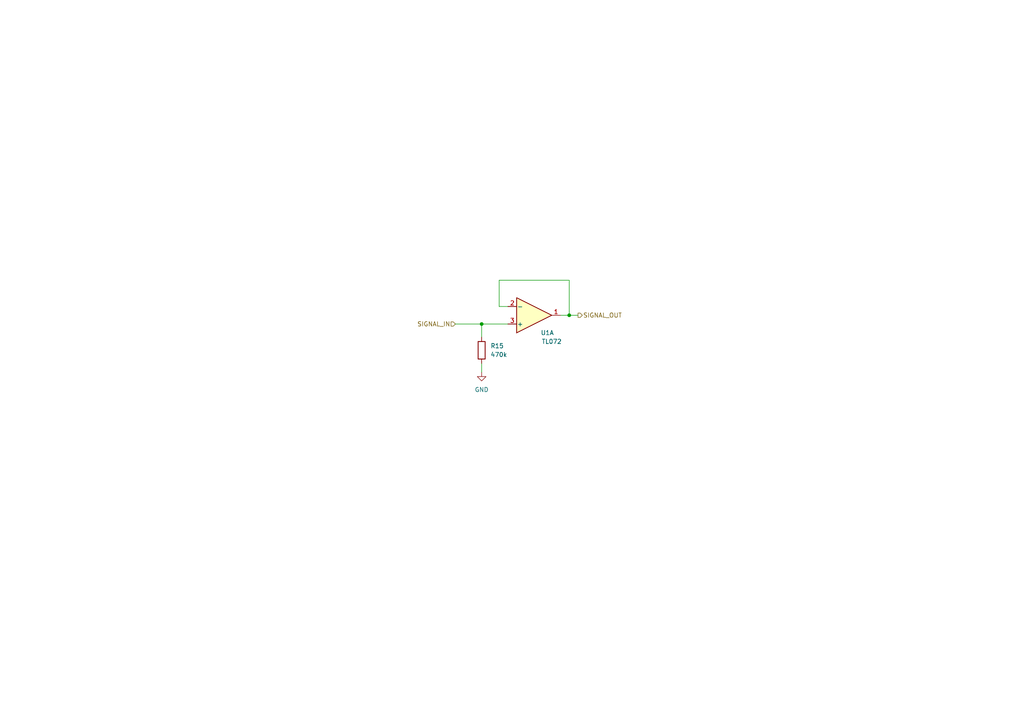
<source format=kicad_sch>
(kicad_sch (version 20211123) (generator eeschema)
  (paper "A4")
  (title_block (title "M.S.M. Stereo Lowpass Filter Pedal") (date "2022-05-20") (rev "0") (comment 2 "creativecommons.org/licenses/by/4.0") (comment 3 "License: CC by 4.0") (comment 4 "Author: Jordan Aceto"))
  (lib_symbols
    (symbol "Amplifier_Operational:TL072" (pin_names (offset 0.127))
      (property "Reference" "U" (at 0 5.08 0))
      (property "Value" "TL072" (at 0 -5.08 0))
      (symbol "TL072_1_1"
        (polyline (pts (xy -5.08 5.08) (xy 5.08 0) (xy -5.08 -5.08) (xy -5.08 5.08)) (stroke (width 0.254)) (fill (type background)))
        (pin output line (at 7.62 0 180) (length 2.54) (name "~") (number "1"))
        (pin input line (at -7.62 -2.54 0) (length 2.54) (name "-") (number "2"))
        (pin input line (at -7.62 2.54 0) (length 2.54) (name "+") (number "3"))
      )
      (symbol "TL072_2_1"
        (polyline (pts (xy -5.08 5.08) (xy 5.08 0) (xy -5.08 -5.08) (xy -5.08 5.08)) (stroke (width 0.254)) (fill (type background)))
        (pin input line (at -7.62 2.54 0) (length 2.54) (name "+") (number "5"))
        (pin input line (at -7.62 -2.54 0) (length 2.54) (name "-") (number "6"))
        (pin output line (at 7.62 0 180) (length 2.54) (name "~") (number "7"))
      )
      (symbol "TL072_3_1"
        (pin power_in line (at -2.54 -7.62 90) (length 3.81) (name "V-") (number "4"))
        (pin power_in line (at -2.54 7.62 270) (length 3.81) (name "V+") (number "8"))
      )
    )
    (symbol "Device:R" (pin_numbers hide) (pin_names (offset 0))
      (property "Reference" "R" (at 2.032 0 90))
      (property "Value" "R" (at 0 0 90))
      (symbol "R_0_1"
        (rectangle (start -1.016 -2.54) (end 1.016 2.54) (stroke (width 0.254)))
      )
      (symbol "R_1_1"
        (pin passive line (at 0 3.81 270) (length 1.27) (name "~") (number "1"))
        (pin passive line (at 0 -3.81 90) (length 1.27) (name "~") (number "2"))
      )
    )
    (symbol "power:GND" (power) (pin_names (offset 0))
      (property "Value" "GND" (at 0 -3.81 0))
      (symbol "GND_0_1"
        (polyline (pts (xy 0 0) (xy 0 -1.27) (xy 1.27 -1.27) (xy 0 -2.54) (xy -1.27 -1.27) (xy 0 -1.27)))
      )
      (symbol "GND_1_1"
        (pin power_in line (at 0 0 270) (length 0) hide (name "GND") (number "1"))
      )
    )
  )
  (junction (at 139.7 93.98))
  (junction (at 165.1 91.44))
  (wire (pts (xy 144.78 81.28) (xy 144.78 88.9)))
  (wire (pts (xy 139.7 93.98) (xy 147.32 93.98)))
  (wire (pts (xy 139.7 93.98) (xy 139.7 97.79)))
  (wire (pts (xy 132.08 93.98) (xy 139.7 93.98)))
  (wire (pts (xy 139.7 105.41) (xy 139.7 107.95)))
  (wire (pts (xy 165.1 91.44) (xy 167.64 91.44)))
  (wire (pts (xy 165.1 81.28) (xy 144.78 81.28)))
  (wire (pts (xy 165.1 91.44) (xy 165.1 81.28)))
  (wire (pts (xy 144.78 88.9) (xy 147.32 88.9)))
  (wire (pts (xy 162.56 91.44) (xy 165.1 91.44)))
  (hierarchical_label "SIGNAL_OUT" (shape output) (at 167.64 91.44 0))
  (hierarchical_label "SIGNAL_IN" (shape input) (at 132.08 93.98 180))
  (symbol (lib_id "power:GND") (at 139.7 107.95 0) (unit 1)
    (property "Reference" "#PWR0122" (effects hide))
    (property "Value" "GND" (at 139.7 113.03 0))
  )
  (symbol (lib_id "Amplifier_Operational:TL072") (at 154.94 91.44 0) (mirror x) (unit 1)
    (property "Reference" "U1" (at 158.75 96.52 0))
    (property "Value" "TL072" (at 160.02 99.06 0))
    (property "Footprint" "Package_SO:SOIC-8_3.9x4.9mm_P1.27mm" (effects hide))
    (property "Datasheet" "http://www.ti.com/lit/ds/symlink/tl071.pdf" (effects hide))
  )
  (symbol (lib_id "Device:R") (at 139.7 101.6 0) (unit 1)
    (property "Reference" "R15" (at 142.24 100.3299 0) (effects (justify left)))
    (property "Value" "470k" (at 142.24 102.8699 0) (effects (justify left)))
    (property "Footprint" "Resistor_SMD:R_0805_2012Metric" (effects hide))
  )
)
</source>
